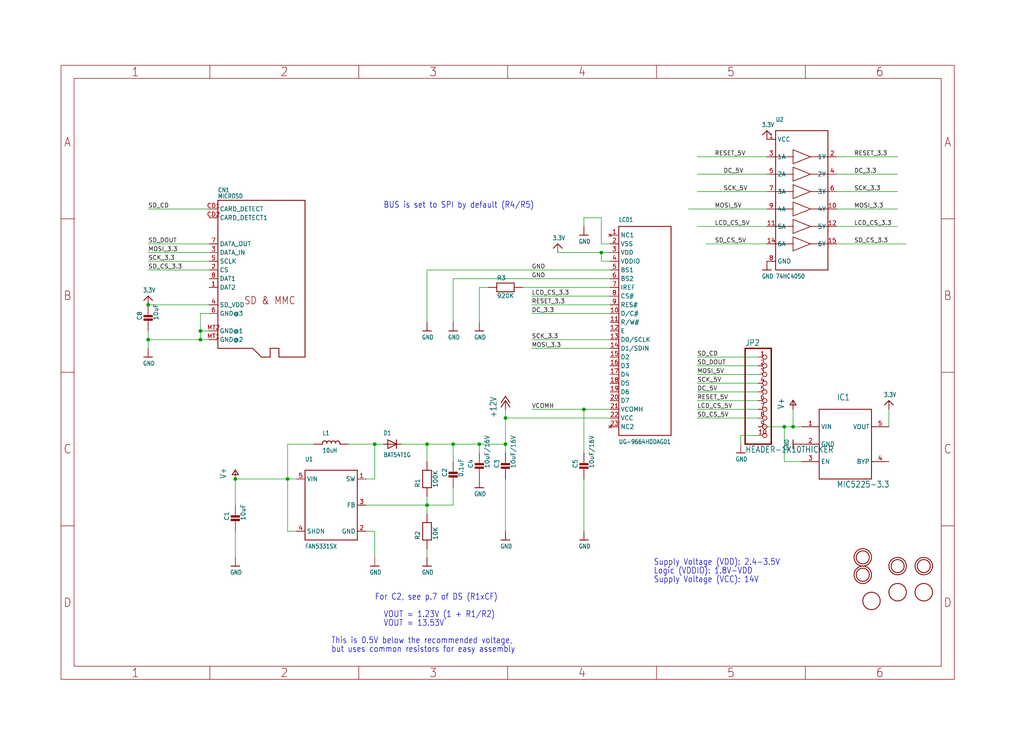
<source format=kicad_sch>
(kicad_sch (version 20211123) (generator eeschema)
  (paper "User" 298.45 217.881)
  (lib_symbols
    (symbol "eagleSchem-eagle-import:+12V" (power)
      (property "Value" "+12V" (at -2.54 -5.08 90))
      (symbol "+12V_1_0"
        (polyline (pts (xy 0 0) (xy -1.27 -1.905)) (stroke (width 0.254)))
        (polyline (pts (xy 0 1.27) (xy -1.27 -0.635)) (stroke (width 0.254)))
        (polyline (pts (xy 1.27 -1.905) (xy 0 0)) (stroke (width 0.254)))
        (polyline (pts (xy 1.27 -0.635) (xy 0 1.27)) (stroke (width 0.254)))
        (pin power_in line (at 0 -2.54 90) (length 2.54) (name "+12V") (number "1"))
      )
    )
    (symbol "eagleSchem-eagle-import:3.3V" (power)
      (property "Value" "3.3V" (at -1.524 1.016 0))
      (symbol "3.3V_1_0"
        (polyline (pts (xy -1.27 -1.27) (xy 0 0)) (stroke (width 0.254)))
        (polyline (pts (xy 0 0) (xy 1.27 -1.27)) (stroke (width 0.254)))
        (pin power_in line (at 0 -2.54 90) (length 2.54) (name "3.3V") (number "1"))
      )
    )
    (symbol "eagleSchem-eagle-import:74HC4050D"
      (property "Reference" "U" (at -7.62 22.86 0))
      (property "Value" "74HC4050D" (at -7.62 -22.86 0))
      (symbol "74HC4050D_1_0"
        (polyline (pts (xy -7.62 -20.32) (xy -7.62 20.32)) (stroke (width 0.254)))
        (polyline (pts (xy -7.62 -12.7) (xy -2.54 -12.7)) (stroke (width 0.2032)))
        (polyline (pts (xy -7.62 -7.62) (xy -2.54 -7.62)) (stroke (width 0.2032)))
        (polyline (pts (xy -7.62 -2.54) (xy -2.54 -2.54)) (stroke (width 0.2032)))
        (polyline (pts (xy -7.62 2.54) (xy -2.54 2.54)) (stroke (width 0.2032)))
        (polyline (pts (xy -7.62 7.62) (xy -2.54 7.62)) (stroke (width 0.2032)))
        (polyline (pts (xy -7.62 12.7) (xy -2.54 12.7)) (stroke (width 0.2032)))
        (polyline (pts (xy -7.62 20.32) (xy 7.62 20.32)) (stroke (width 0.254)))
        (polyline (pts (xy -2.54 -14.732) (xy -2.54 -12.7)) (stroke (width 0.2032)))
        (polyline (pts (xy -2.54 -14.732) (xy 2.54 -12.7)) (stroke (width 0.2032)))
        (polyline (pts (xy -2.54 -12.7) (xy -2.54 -10.668)) (stroke (width 0.2032)))
        (polyline (pts (xy -2.54 -9.652) (xy -2.54 -7.62)) (stroke (width 0.2032)))
        (polyline (pts (xy -2.54 -9.652) (xy 2.54 -7.62)) (stroke (width 0.2032)))
        (polyline (pts (xy -2.54 -7.62) (xy -2.54 -5.588)) (stroke (width 0.2032)))
        (polyline (pts (xy -2.54 -4.572) (xy -2.54 -2.54)) (stroke (width 0.2032)))
        (polyline (pts (xy -2.54 -4.572) (xy 2.54 -2.54)) (stroke (width 0.2032)))
        (polyline (pts (xy -2.54 -2.54) (xy -2.54 -0.508)) (stroke (width 0.2032)))
        (polyline (pts (xy -2.54 0.508) (xy -2.54 2.54)) (stroke (width 0.2032)))
        (polyline (pts (xy -2.54 0.508) (xy 2.54 2.54)) (stroke (width 0.2032)))
        (polyline (pts (xy -2.54 2.54) (xy -2.54 4.572)) (stroke (width 0.2032)))
        (polyline (pts (xy -2.54 5.588) (xy -2.54 7.62)) (stroke (width 0.2032)))
        (polyline (pts (xy -2.54 5.588) (xy 2.54 7.62)) (stroke (width 0.2032)))
        (polyline (pts (xy -2.54 7.62) (xy -2.54 9.652)) (stroke (width 0.2032)))
        (polyline (pts (xy -2.54 10.668) (xy -2.54 12.7)) (stroke (width 0.2032)))
        (polyline (pts (xy -2.54 10.668) (xy 2.54 12.7)) (stroke (width 0.2032)))
        (polyline (pts (xy -2.54 12.7) (xy -2.54 14.732)) (stroke (width 0.2032)))
        (polyline (pts (xy 2.54 -12.7) (xy -2.54 -10.668)) (stroke (width 0.2032)))
        (polyline (pts (xy 2.54 -12.7) (xy 7.62 -12.7)) (stroke (width 0.2032)))
        (polyline (pts (xy 2.54 -7.62) (xy -2.54 -5.588)) (stroke (width 0.2032)))
        (polyline (pts (xy 2.54 -7.62) (xy 7.62 -7.62)) (stroke (width 0.2032)))
        (polyline (pts (xy 2.54 -2.54) (xy -2.54 -0.508)) (stroke (width 0.2032)))
        (polyline (pts (xy 2.54 -2.54) (xy 7.62 -2.54)) (stroke (width 0.2032)))
        (polyline (pts (xy 2.54 2.54) (xy -2.54 4.572)) (stroke (width 0.2032)))
        (polyline (pts (xy 2.54 2.54) (xy 7.62 2.54)) (stroke (width 0.2032)))
        (polyline (pts (xy 2.54 7.62) (xy -2.54 9.652)) (stroke (width 0.2032)))
        (polyline (pts (xy 2.54 7.62) (xy 7.62 7.62)) (stroke (width 0.2032)))
        (polyline (pts (xy 2.54 12.7) (xy -2.54 14.732)) (stroke (width 0.2032)))
        (polyline (pts (xy 2.54 12.7) (xy 7.62 12.7)) (stroke (width 0.2032)))
        (polyline (pts (xy 7.62 -20.32) (xy -7.62 -20.32)) (stroke (width 0.254)))
        (polyline (pts (xy 7.62 12.7) (xy 7.62 -20.32)) (stroke (width 0.254)))
        (polyline (pts (xy 7.62 20.32) (xy 7.62 12.7)) (stroke (width 0.254)))
        (pin bidirectional line (at -10.16 17.78 0) (length 2.54) (name "VCC") (number "1"))
        (pin bidirectional line (at 10.16 -2.54 180) (length 2.54) (name "4Y") (number "10"))
        (pin bidirectional line (at -10.16 -7.62 0) (length 2.54) (name "5A") (number "11"))
        (pin bidirectional line (at 10.16 -7.62 180) (length 2.54) (name "5Y") (number "12"))
        (pin bidirectional line (at -10.16 -12.7 0) (length 2.54) (name "6A") (number "14"))
        (pin bidirectional line (at 10.16 -12.7 180) (length 2.54) (name "6Y") (number "15"))
        (pin bidirectional line (at 10.16 12.7 180) (length 2.54) (name "1Y") (number "2"))
        (pin bidirectional line (at -10.16 12.7 0) (length 2.54) (name "1A") (number "3"))
        (pin bidirectional line (at 10.16 7.62 180) (length 2.54) (name "2Y") (number "4"))
        (pin bidirectional line (at -10.16 7.62 0) (length 2.54) (name "2A") (number "5"))
        (pin bidirectional line (at 10.16 2.54 180) (length 2.54) (name "3Y") (number "6"))
        (pin bidirectional line (at -10.16 2.54 0) (length 2.54) (name "3A") (number "7"))
        (pin bidirectional line (at -10.16 -17.78 0) (length 2.54) (name "GND") (number "8"))
        (pin bidirectional line (at -10.16 -2.54 0) (length 2.54) (name "4A") (number "9"))
      )
    )
    (symbol "eagleSchem-eagle-import:CAP_CERAMIC0805"
      (property "Reference" "C" (at -1.79 0.54 90))
      (property "Value" "CAP_CERAMIC0805" (at 3 0.54 90))
      (symbol "CAP_CERAMIC0805_1_0"
        (rectangle (start -1.27 0.508) (end 1.27 1.016) (fill (type outline)))
        (rectangle (start -1.27 1.524) (end 1.27 2.032) (fill (type outline)))
        (polyline (pts (xy 0 0.762) (xy 0 0)) (stroke (width 0.1524)))
        (polyline (pts (xy 0 2.54) (xy 0 1.778)) (stroke (width 0.1524)))
        (pin passive line (at 0 5.08 270) (length 2.54) (name "P$1") (number "1"))
        (pin passive line (at 0 -2.54 90) (length 2.54) (name "P$2") (number "2"))
      )
    )
    (symbol "eagleSchem-eagle-import:DIODESOD-123"
      (property "Reference" "D" (at -2.54 2.54 0))
      (property "Value" "DIODESOD-123" (at -2.54 -3.81 0))
      (symbol "DIODESOD-123_1_0"
        (polyline (pts (xy -1.27 -1.27) (xy 1.27 0)) (stroke (width 0.254)))
        (polyline (pts (xy -1.27 1.27) (xy -1.27 -1.27)) (stroke (width 0.254)))
        (polyline (pts (xy 1.27 0) (xy -1.27 1.27)) (stroke (width 0.254)))
        (polyline (pts (xy 1.27 0) (xy 1.27 -1.27)) (stroke (width 0.254)))
        (polyline (pts (xy 1.27 1.27) (xy 1.27 0)) (stroke (width 0.254)))
        (pin passive line (at -2.54 0 0) (length 2.54) (name "A") (number "A"))
        (pin passive line (at 2.54 0 180) (length 2.54) (name "C") (number "C"))
      )
    )
    (symbol "eagleSchem-eagle-import:DISP_OLED_UG-9664HDDAG01WRAPAROUND"
      (property "Reference" "LCD" (at -7.62 31.75 0))
      (property "Value" "DISP_OLED_UG-9664HDDAG01WRAPAROUND" (at -7.62 -33.02 0))
      (symbol "DISP_OLED_UG-9664HDDAG01WRAPAROUND_1_0"
        (polyline (pts (xy -7.62 -30.48) (xy -7.62 30.48)) (stroke (width 0.254)))
        (polyline (pts (xy -7.62 30.48) (xy 7.62 30.48)) (stroke (width 0.254)))
        (polyline (pts (xy 7.62 -30.48) (xy -7.62 -30.48)) (stroke (width 0.254)))
        (polyline (pts (xy 7.62 30.48) (xy 7.62 -30.48)) (stroke (width 0.254)))
        (pin no_connect line (at -10.16 27.94 0) (length 2.54) (name "NC1") (number "1"))
        (pin bidirectional line (at -10.16 5.08 0) (length 2.54) (name "D/C#") (number "10"))
        (pin bidirectional line (at -10.16 2.54 0) (length 2.54) (name "R/W#") (number "11"))
        (pin bidirectional line (at -10.16 0 0) (length 2.54) (name "E") (number "12"))
        (pin bidirectional line (at -10.16 -2.54 0) (length 2.54) (name "D0/SCLK") (number "13"))
        (pin bidirectional line (at -10.16 -5.08 0) (length 2.54) (name "D1/SDIN") (number "14"))
        (pin bidirectional line (at -10.16 -7.62 0) (length 2.54) (name "D2") (number "15"))
        (pin bidirectional line (at -10.16 -10.16 0) (length 2.54) (name "D3") (number "16"))
        (pin bidirectional line (at -10.16 -12.7 0) (length 2.54) (name "D4") (number "17"))
        (pin bidirectional line (at -10.16 -15.24 0) (length 2.54) (name "D5") (number "18"))
        (pin bidirectional line (at -10.16 -17.78 0) (length 2.54) (name "D6") (number "19"))
        (pin bidirectional line (at -10.16 25.4 0) (length 2.54) (name "VSS") (number "2"))
        (pin bidirectional line (at -10.16 -20.32 0) (length 2.54) (name "D7") (number "20"))
        (pin bidirectional line (at -10.16 -22.86 0) (length 2.54) (name "VCOMH") (number "21"))
        (pin bidirectional line (at -10.16 -25.4 0) (length 2.54) (name "VCC") (number "22"))
        (pin no_connect line (at -10.16 -27.94 0) (length 2.54) (name "NC2") (number "23"))
        (pin bidirectional line (at -10.16 22.86 0) (length 2.54) (name "VDD") (number "3"))
        (pin bidirectional line (at -10.16 20.32 0) (length 2.54) (name "VDDIO") (number "4"))
        (pin bidirectional line (at -10.16 17.78 0) (length 2.54) (name "BS1") (number "5"))
        (pin bidirectional line (at -10.16 15.24 0) (length 2.54) (name "BS2") (number "6"))
        (pin bidirectional line (at -10.16 12.7 0) (length 2.54) (name "IREF") (number "7"))
        (pin bidirectional line (at -10.16 10.16 0) (length 2.54) (name "CS#") (number "8"))
        (pin bidirectional line (at -10.16 7.62 0) (length 2.54) (name "RES#") (number "9"))
      )
    )
    (symbol "eagleSchem-eagle-import:FAN5331"
      (property "Reference" "U" (at -7.62 12.7 0))
      (property "Value" "FAN5331" (at -7.62 -12.7 0))
      (symbol "FAN5331_1_0"
        (polyline (pts (xy -7.62 -10.16) (xy -7.62 10.16)) (stroke (width 0.254)))
        (polyline (pts (xy -7.62 10.16) (xy 7.62 10.16)) (stroke (width 0.254)))
        (polyline (pts (xy 7.62 -10.16) (xy -7.62 -10.16)) (stroke (width 0.254)))
        (polyline (pts (xy 7.62 10.16) (xy 7.62 -10.16)) (stroke (width 0.254)))
        (pin bidirectional line (at 10.16 7.62 180) (length 2.54) (name "SW") (number "1"))
        (pin bidirectional line (at 10.16 -7.62 180) (length 2.54) (name "GND") (number "2"))
        (pin bidirectional line (at 10.16 0 180) (length 2.54) (name "FB") (number "3"))
        (pin bidirectional line (at -10.16 -7.62 0) (length 2.54) (name "SHDN") (number "4"))
        (pin bidirectional line (at -10.16 7.62 0) (length 2.54) (name "VIN") (number "5"))
      )
    )
    (symbol "eagleSchem-eagle-import:FIDUCIAL"
      (symbol "FIDUCIAL_1_0"
        (circle (center 0 0) (radius 2.54) (stroke (width 0.254)))
      )
    )
    (symbol "eagleSchem-eagle-import:FRAME_A4"
      (symbol "FRAME_A4_0_0"
        (polyline (pts (xy 0 44.7675) (xy 3.81 44.7675)))
        (polyline (pts (xy 0 89.535) (xy 3.81 89.535)))
        (polyline (pts (xy 0 134.3025) (xy 3.81 134.3025)))
        (polyline (pts (xy 3.81 3.81) (xy 3.81 175.26)))
        (polyline (pts (xy 43.3917 0) (xy 43.3917 3.81)))
        (polyline (pts (xy 43.3917 175.26) (xy 43.3917 179.07)))
        (polyline (pts (xy 86.7833 0) (xy 86.7833 3.81)))
        (polyline (pts (xy 86.7833 175.26) (xy 86.7833 179.07)))
        (polyline (pts (xy 130.175 0) (xy 130.175 3.81)))
        (polyline (pts (xy 130.175 175.26) (xy 130.175 179.07)))
        (polyline (pts (xy 173.5667 0) (xy 173.5667 3.81)))
        (polyline (pts (xy 173.5667 175.26) (xy 173.5667 179.07)))
        (polyline (pts (xy 216.9583 0) (xy 216.9583 3.81)))
        (polyline (pts (xy 216.9583 175.26) (xy 216.9583 179.07)))
        (polyline (pts (xy 256.54 3.81) (xy 3.81 3.81)))
        (polyline (pts (xy 256.54 3.81) (xy 256.54 175.26)))
        (polyline (pts (xy 256.54 44.7675) (xy 260.35 44.7675)))
        (polyline (pts (xy 256.54 89.535) (xy 260.35 89.535)))
        (polyline (pts (xy 256.54 134.3025) (xy 260.35 134.3025)))
        (polyline (pts (xy 256.54 175.26) (xy 3.81 175.26)))
        (polyline (pts (xy 0 0) (xy 260.35 0) (xy 260.35 179.07) (xy 0 179.07) (xy 0 0)))
        (text "1" (at 21.6958 1.905 0) (effects (font (size 2.54 2.286))))
        (text "1" (at 21.6958 177.165 0) (effects (font (size 2.54 2.286))))
        (text "2" (at 65.0875 1.905 0) (effects (font (size 2.54 2.286))))
        (text "2" (at 65.0875 177.165 0) (effects (font (size 2.54 2.286))))
        (text "3" (at 108.4792 1.905 0) (effects (font (size 2.54 2.286))))
        (text "3" (at 108.4792 177.165 0) (effects (font (size 2.54 2.286))))
        (text "4" (at 151.8708 1.905 0) (effects (font (size 2.54 2.286))))
        (text "4" (at 151.8708 177.165 0) (effects (font (size 2.54 2.286))))
        (text "5" (at 195.2625 1.905 0) (effects (font (size 2.54 2.286))))
        (text "5" (at 195.2625 177.165 0) (effects (font (size 2.54 2.286))))
        (text "6" (at 238.6542 1.905 0) (effects (font (size 2.54 2.286))))
        (text "6" (at 238.6542 177.165 0) (effects (font (size 2.54 2.286))))
        (text "A" (at 1.905 156.6863 0) (effects (font (size 2.54 2.286))))
        (text "A" (at 258.445 156.6863 0) (effects (font (size 2.54 2.286))))
        (text "B" (at 1.905 111.9188 0) (effects (font (size 2.54 2.286))))
        (text "B" (at 258.445 111.9188 0) (effects (font (size 2.54 2.286))))
        (text "C" (at 1.905 67.1513 0) (effects (font (size 2.54 2.286))))
        (text "C" (at 258.445 67.1513 0) (effects (font (size 2.54 2.286))))
        (text "D" (at 1.905 22.3838 0) (effects (font (size 2.54 2.286))))
        (text "D" (at 258.445 22.3838 0) (effects (font (size 2.54 2.286))))
      )
      (symbol "FRAME_A4_1_0"
        (polyline (pts (xy 256.54 3.81) (xy 256.54 8.89)) (stroke (width 0.1016)))
        (polyline (pts (xy 256.54 8.89) (xy 256.54 13.97)) (stroke (width 0.1016)))
        (polyline (pts (xy 256.54 13.97) (xy 256.54 19.05)) (stroke (width 0.1016)))
        (polyline (pts (xy 256.54 19.05) (xy 256.54 36.83)) (stroke (width 0.1016)))
      )
      (symbol "FRAME_A4_2_0"
        (polyline (pts (xy 1.27 -6.35) (xy 1.27 0)) (stroke (width 0.1016)))
        (polyline (pts (xy 1.27 0) (xy 82.55 0)) (stroke (width 0.1016)))
        (polyline (pts (xy 82.55 -6.35) (xy 1.27 -6.35)) (stroke (width 0.1016)))
        (polyline (pts (xy 82.55 0) (xy 82.55 -6.35)) (stroke (width 0.1016)))
        (text "PART OR WHOLE IS STRICTLY PROHIBITED WITHOUT WRITTEN PERMISSION!" (at 3.81 -5.08 0) (effects (font (size 1.27 1.0795)) (justify left bottom)))
        (text "PROPRIETARY" (at 3.81 -10.16 0) (effects (font (size 2.54 2.159) (thickness 0.4318) bold) (justify left bottom)))
        (text "THIS DRAWING CONTAINS CONFIDENTIAL INFORMATION. ANY REPRODUCTION IN" (at 3.81 -2.794 0) (effects (font (size 1.27 1.0795)) (justify left bottom)))
      )
      (symbol "FRAME_A4_3_0"
        (polyline (pts (xy 0 1.27) (xy 20.32 1.27)) (stroke (width 0.6096)))
        (polyline (pts (xy 0 10.16) (xy 0 1.27)) (stroke (width 0.6096)))
        (polyline (pts (xy 0 10.16) (xy 20.32 10.16)) (stroke (width 0.3048)))
        (polyline (pts (xy 0 19.05) (xy 0 10.16)) (stroke (width 0.6096)))
        (polyline (pts (xy 0 19.05) (xy 20.32 19.05)) (stroke (width 0.3048)))
        (polyline (pts (xy 0 27.94) (xy 0 19.05)) (stroke (width 0.6096)))
        (polyline (pts (xy 0 27.94) (xy 20.32 27.94)) (stroke (width 0.3048)))
        (polyline (pts (xy 0 34.29) (xy 0 27.94)) (stroke (width 0.6096)))
        (polyline (pts (xy 20.32 1.27) (xy 20.32 6.35)) (stroke (width 0.3048)))
        (polyline (pts (xy 20.32 1.27) (xy 95.885 1.27)) (stroke (width 0.6096)))
        (polyline (pts (xy 20.32 6.35) (xy 20.32 10.16)) (stroke (width 0.3048)))
        (polyline (pts (xy 20.32 6.35) (xy 88.9 6.35)) (stroke (width 0.3048)))
        (polyline (pts (xy 20.32 10.16) (xy 20.32 19.05)) (stroke (width 0.3048)))
        (polyline (pts (xy 20.32 16.51) (xy 20.32 19.05)) (stroke (width 0.3048)))
        (polyline (pts (xy 20.32 19.05) (xy 20.32 27.94)) (stroke (width 0.3048)))
        (polyline (pts (xy 20.32 27.94) (xy 20.32 34.29)) (stroke (width 0.3048)))
        (polyline (pts (xy 20.32 27.94) (xy 65.0875 27.94)) (stroke (width 0.3048)))
        (polyline (pts (xy 20.32 34.29) (xy 0 34.29)) (stroke (width 0.6096)))
        (polyline (pts (xy 65.0875 27.94) (xy 106.045 27.94)) (stroke (width 0.3048)))
        (polyline (pts (xy 65.0875 34.29) (xy 20.32 34.29)) (stroke (width 0.6096)))
        (polyline (pts (xy 88.9 6.35) (xy 95.885 6.35)) (stroke (width 0.3048)))
        (polyline (pts (xy 88.9 16.51) (xy 20.32 16.51)) (stroke (width 0.3048)))
        (polyline (pts (xy 88.9 16.51) (xy 88.9 6.35)) (stroke (width 0.3048)))
        (polyline (pts (xy 95.885 1.27) (xy 121.92 1.27)) (stroke (width 0.6096)))
        (polyline (pts (xy 95.885 6.35) (xy 95.885 1.27)) (stroke (width 0.3048)))
        (polyline (pts (xy 95.885 6.35) (xy 121.92 6.35)) (stroke (width 0.3048)))
        (polyline (pts (xy 101.6 13.0175) (xy 102.5525 13.0175)) (stroke (width 0.254)))
        (polyline (pts (xy 106.045 27.94) (xy 106.045 34.29)) (stroke (width 0.3048)))
        (polyline (pts (xy 106.045 27.94) (xy 110.49 27.94)) (stroke (width 0.3048)))
        (polyline (pts (xy 106.045 34.29) (xy 65.0875 34.29)) (stroke (width 0.6096)))
        (polyline (pts (xy 110.49 16.51) (xy 88.9 16.51)) (stroke (width 0.3048)))
        (polyline (pts (xy 110.49 27.94) (xy 110.49 16.51)) (stroke (width 0.3048)))
        (polyline (pts (xy 110.49 27.94) (xy 113.03 27.94)) (stroke (width 0.3048)))
        (polyline (pts (xy 113.03 27.94) (xy 121.92 27.94)) (stroke (width 0.3048)))
        (polyline (pts (xy 113.03 34.29) (xy 106.045 34.29)) (stroke (width 0.6096)))
        (polyline (pts (xy 121.92 6.35) (xy 121.92 1.27)) (stroke (width 0.6096)))
        (polyline (pts (xy 121.92 16.51) (xy 110.49 16.51)) (stroke (width 0.3048)))
        (polyline (pts (xy 121.92 16.51) (xy 121.92 6.35)) (stroke (width 0.6096)))
        (polyline (pts (xy 121.92 27.94) (xy 121.92 16.51)) (stroke (width 0.6096)))
        (polyline (pts (xy 121.92 34.29) (xy 113.03 34.29)) (stroke (width 0.6096)))
        (polyline (pts (xy 121.92 34.29) (xy 121.92 27.94)) (stroke (width 0.6096)))
        (circle (center 109.5375 31.115) (radius 1.4199) (stroke (width 0.254)))
        (text "2013" (at 112.7125 30.1625 0) (effects (font (size 1.778 1.5113)) (justify left bottom)))
        (text ">CHECKED" (at 2.54 11.43 0) (effects (font (size 1.778 1.5113)) (justify left bottom)))
        (text ">COMPANY" (at 23.6538 29.3687 0) (effects (font (size 3.175 2.6987) (thickness 0.5397) bold) (justify left bottom)))
        (text ">DATE" (at 2.54 2.54 0) (effects (font (size 1.778 1.5113)) (justify left bottom)))
        (text ">DRAWING_NAME" (at 33.3375 2.54 0) (effects (font (size 2.54 2.159)) (justify left bottom)))
        (text ">DRAWN" (at 2.54 20.32 0) (effects (font (size 1.778 1.5113)) (justify left bottom)))
        (text ">DRGNO" (at 91.44 8.89 0) (effects (font (size 2.1844 1.8567)) (justify left bottom)))
        (text ">LAST_DATE_TIME" (at 33.02 8.89 0) (effects (font (size 2.54 2.159)) (justify left bottom)))
        (text ">REV" (at 114.3 18.415 0) (effects (font (size 3.81 3.2385)) (justify left bottom)))
        (text ">SHEET" (at 109.22 2.54 0) (effects (font (size 2.54 2.54)) (justify left bottom)))
        (text "C" (at 109.0612 30.48 0) (effects (font (size 1.27 1.0795)) (justify left bottom)))
        (text "CHECKED" (at 1.27 15.875 0) (effects (font (size 1.778 1.5113)) (justify left bottom)))
        (text "DATE" (at 1.27 6.985 0) (effects (font (size 1.778 1.5113)) (justify left bottom)))
        (text "DATE" (at 21.59 12.7 0) (effects (font (size 2.54 2.54)) (justify left bottom)))
        (text "DRAWN" (at 1.27 24.765 0) (effects (font (size 1.778 1.5113)) (justify left bottom)))
        (text "DRG" (at 90.17 12.7 0) (effects (font (size 2.54 2.54)) (justify left bottom)))
        (text "FILE:" (at 21.59 2.54 0) (effects (font (size 2.54 2.54)) (justify left bottom)))
        (text "ISSUE" (at 5.3975 30.1625 0) (effects (font (size 1.9304 1.6408)) (justify left bottom)))
        (text "N" (at 98.7425 12.7 0) (effects (font (size 2.54 2.54)) (justify left bottom)))
        (text "o" (at 101.2825 13.6525 0) (effects (font (size 2.1844 1.8567)) (justify left bottom)))
        (text "PAGE:" (at 97.155 2.54 0) (effects (font (size 2.54 2.54)) (justify left bottom)))
        (text "REV" (at 112.7125 24.13 0) (effects (font (size 2.54 2.54)) (justify left bottom)))
        (text "TITLE" (at 21.59 24.13 0) (effects (font (size 2.54 2.54)) (justify left bottom)))
      )
    )
    (symbol "eagleSchem-eagle-import:GND" (power)
      (property "Value" "GND" (at -1.524 -2.54 0))
      (symbol "GND_1_0"
        (polyline (pts (xy -1.27 0) (xy 1.27 0)) (stroke (width 0.254)))
        (pin power_in line (at 0 2.54 270) (length 2.54) (name "GND") (number "1"))
      )
    )
    (symbol "eagleSchem-eagle-import:HEADER-1X10THICKER"
      (property "Reference" "JP" (at -6.35 13.335 0))
      (property "Value" "HEADER-1X10THICKER" (at -6.35 -17.78 0))
      (symbol "HEADER-1X10THICKER_1_0"
        (polyline (pts (xy -6.35 -15.24) (xy 1.27 -15.24)) (stroke (width 0.4064)))
        (polyline (pts (xy -6.35 12.7) (xy -6.35 -15.24)) (stroke (width 0.4064)))
        (polyline (pts (xy 1.27 -15.24) (xy 1.27 12.7)) (stroke (width 0.4064)))
        (polyline (pts (xy 1.27 12.7) (xy -6.35 12.7)) (stroke (width 0.4064)))
        (pin passive inverted (at -2.54 10.16 0) (length 2.54) (name "1") (number "1"))
        (pin passive inverted (at -2.54 -12.7 0) (length 2.54) (name "10") (number "10"))
        (pin passive inverted (at -2.54 7.62 0) (length 2.54) (name "2") (number "2"))
        (pin passive inverted (at -2.54 5.08 0) (length 2.54) (name "3") (number "3"))
        (pin passive inverted (at -2.54 2.54 0) (length 2.54) (name "4") (number "4"))
        (pin passive inverted (at -2.54 0 0) (length 2.54) (name "5") (number "5"))
        (pin passive inverted (at -2.54 -2.54 0) (length 2.54) (name "6") (number "6"))
        (pin passive inverted (at -2.54 -5.08 0) (length 2.54) (name "7") (number "7"))
        (pin passive inverted (at -2.54 -7.62 0) (length 2.54) (name "8") (number "8"))
        (pin passive inverted (at -2.54 -10.16 0) (length 2.54) (name "9") (number "9"))
      )
    )
    (symbol "eagleSchem-eagle-import:INDUCTOR"
      (property "Reference" "L" (at -2.54 2.54 0))
      (property "Value" "INDUCTOR" (at -2.54 -2.54 0))
      (symbol "INDUCTOR_1_0"
        (arc (start -1.27 0.3175) (mid -1.905 0.9524) (end -2.54 0.3175) (stroke (width 0.254)))
        (polyline (pts (xy -2.54 0.3175) (xy -2.54 0)) (stroke (width 0.254)))
        (polyline (pts (xy 2.54 0.3175) (xy 2.54 0)) (stroke (width 0.254)))
        (arc (start 0 0.3175) (mid -0.635 0.9524) (end -1.27 0.3175) (stroke (width 0.254)))
        (arc (start 1.27 0.3175) (mid 0.635 0.9524) (end 0 0.3175) (stroke (width 0.254)))
        (arc (start 2.54 0.3175) (mid 1.905 0.9524) (end 1.27 0.3175) (stroke (width 0.254)))
        (pin passive line (at -5.08 0 0) (length 2.54) (name "1") (number "P$1"))
        (pin passive line (at 5.08 0 180) (length 2.54) (name "2") (number "P$2"))
      )
    )
    (symbol "eagleSchem-eagle-import:LP298XS"
      (property "Reference" "IC" (at -12.7 -5.08 90))
      (property "Value" "LP298XS" (at 12.7 -5.08 90))
      (symbol "LP298XS_1_0"
        (polyline (pts (xy -10.16 -10.16) (xy 10.16 -10.16)) (stroke (width 0.254)))
        (polyline (pts (xy -10.16 5.08) (xy -10.16 -10.16)) (stroke (width 0.254)))
        (polyline (pts (xy 10.16 -10.16) (xy 10.16 5.08)) (stroke (width 0.254)))
        (polyline (pts (xy 10.16 5.08) (xy -10.16 5.08)) (stroke (width 0.254)))
        (pin bidirectional line (at -5.08 -15.24 90) (length 5.08) (name "VIN") (number "1"))
        (pin bidirectional line (at 0 -15.24 90) (length 5.08) (name "GND") (number "2"))
        (pin bidirectional line (at 5.08 -15.24 90) (length 5.08) (name "EN") (number "3"))
        (pin bidirectional line (at 5.08 10.16 270) (length 5.08) (name "BYP") (number "4"))
        (pin bidirectional line (at -5.08 10.16 270) (length 5.08) (name "VOUT") (number "5"))
      )
    )
    (symbol "eagleSchem-eagle-import:MICROSD"
      (property "Reference" "X" (at -12.7 22.606 0))
      (property "Value" "MICROSD" (at -12.7 20.828 0))
      (symbol "MICROSD_1_0"
        (polyline (pts (xy -12.7 -22.86) (xy -2.54 -22.86)) (stroke (width 0.254)))
        (polyline (pts (xy -12.7 20.32) (xy -12.7 -22.86)) (stroke (width 0.254)))
        (polyline (pts (xy -2.54 -22.86) (xy 0 -25.4)) (stroke (width 0.254)))
        (polyline (pts (xy 0 -25.4) (xy 2.54 -25.4)) (stroke (width 0.254)))
        (polyline (pts (xy 2.54 -25.4) (xy 2.54 -22.86)) (stroke (width 0.254)))
        (polyline (pts (xy 2.54 -22.86) (xy 5.08 -22.86)) (stroke (width 0.254)))
        (polyline (pts (xy 5.08 -25.4) (xy 12.7 -25.4)) (stroke (width 0.254)))
        (polyline (pts (xy 5.08 -22.86) (xy 5.08 -25.4)) (stroke (width 0.254)))
        (polyline (pts (xy 12.7 -25.4) (xy 12.7 20.32)) (stroke (width 0.254)))
        (polyline (pts (xy 12.7 20.32) (xy -12.7 20.32)) (stroke (width 0.254)))
        (text "SD & MMC" (at -5.08 -10.16 0) (effects (font (size 2.1844 1.8567)) (justify left bottom)))
        (pin bidirectional line (at -15.24 -5.08 0) (length 2.54) (name "DAT2") (number "1"))
        (pin input line (at -15.24 0 0) (length 2.54) (name "CS") (number "2"))
        (pin input line (at -15.24 5.08 0) (length 2.54) (name "DATA_IN") (number "3"))
        (pin power_in line (at -15.24 -10.16 0) (length 2.54) (name "SD_VDD") (number "4"))
        (pin input line (at -15.24 2.54 0) (length 2.54) (name "SCLK") (number "5"))
        (pin power_in line (at -15.24 -12.7 0) (length 2.54) (name "GND@3") (number "6"))
        (pin output line (at -15.24 7.62 0) (length 2.54) (name "DATA_OUT") (number "7"))
        (pin bidirectional line (at -15.24 -2.54 0) (length 2.54) (name "DAT1") (number "8"))
        (pin passive line (at -15.24 17.78 0) (length 2.54) (name "CARD_DETECT") (number "CD1"))
        (pin passive line (at -15.24 15.24 0) (length 2.54) (name "CARD_DETECT1") (number "CD2"))
        (pin power_in line (at -15.24 -20.32 0) (length 2.54) (name "GND@2") (number "MT1"))
        (pin power_in line (at -15.24 -17.78 0) (length 2.54) (name "GND@1") (number "MT2"))
      )
    )
    (symbol "eagleSchem-eagle-import:MOUNTINGHOLE2.5"
      (symbol "MOUNTINGHOLE2.5_1_0"
        (circle (center 0 0) (radius 1.905) (stroke (width 0.254)))
        (circle (center 0 0) (radius 2.54) (stroke (width 0.254)))
      )
    )
    (symbol "eagleSchem-eagle-import:RESISTOR0805"
      (property "Reference" "R" (at -2.54 2.032 0))
      (property "Value" "RESISTOR0805" (at -2.54 -3.175 0))
      (symbol "RESISTOR0805_1_0"
        (polyline (pts (xy -2.54 -1.27) (xy -2.54 1.27)) (stroke (width 0.254)))
        (polyline (pts (xy -2.54 1.27) (xy 2.54 1.27)) (stroke (width 0.254)))
        (polyline (pts (xy 2.54 -1.27) (xy -2.54 -1.27)) (stroke (width 0.254)))
        (polyline (pts (xy 2.54 1.27) (xy 2.54 -1.27)) (stroke (width 0.254)))
        (pin passive line (at -5.08 0 0) (length 2.54) (name "1") (number "1"))
        (pin passive line (at 5.08 0 180) (length 2.54) (name "2") (number "2"))
      )
    )
    (symbol "eagleSchem-eagle-import:V+" (power)
      (property "Value" "V+" (at -2.54 -2.54 90))
      (symbol "V+_1_0"
        (polyline (pts (xy -0.889 -1.27) (xy 0.889 -1.27)) (stroke (width 0.254)))
        (polyline (pts (xy 0 0.127) (xy -0.889 -1.27)) (stroke (width 0.254)))
        (polyline (pts (xy 0.889 -1.27) (xy 0 0.127)) (stroke (width 0.254)))
        (pin power_in line (at 0 -2.54 90) (length 2.54) (name "V+") (number "1"))
      )
    )
  )
  (junction (at 132.08 129.54))
  (junction (at 124.46 147.32))
  (junction (at 68.58 139.7))
  (junction (at 231.14 124.46))
  (junction (at 83.82 139.7))
  (junction (at 170.18 119.38))
  (junction (at 58.42 99.06))
  (junction (at 147.32 129.54))
  (junction (at 43.18 99.06))
  (junction (at 139.7 129.54))
  (junction (at 124.46 129.54))
  (junction (at 147.32 121.92))
  (junction (at 228.6 124.46))
  (junction (at 43.18 88.9))
  (junction (at 109.22 129.54))
  (junction (at 58.42 96.52))
  (junction (at 175.26 73.66))
  (wire (pts (xy 43.18 96.52) (xy 43.18 99.06)))
  (wire (pts (xy 175.26 71.12) (xy 175.26 63.5)))
  (wire (pts (xy 147.32 121.92) (xy 177.8 121.92)))
  (wire (pts (xy 124.46 147.32) (xy 124.46 144.78)))
  (wire (pts (xy 177.8 119.38) (xy 170.18 119.38)))
  (wire (pts (xy 175.26 63.5) (xy 170.18 63.5)))
  (wire (pts (xy 124.46 129.54) (xy 132.08 129.54)))
  (wire (pts (xy 220.98 109.22) (xy 203.2 109.22)))
  (wire (pts (xy 60.96 96.52) (xy 58.42 96.52)))
  (wire (pts (xy 60.96 99.06) (xy 58.42 99.06)))
  (wire (pts (xy 220.98 127) (xy 215.9 127)))
  (wire (pts (xy 243.84 50.8) (xy 261.62 50.8)))
  (wire (pts (xy 200.66 60.96) (xy 223.52 60.96)))
  (wire (pts (xy 223.52 66.04) (xy 203.2 66.04)))
  (wire (pts (xy 83.82 129.54) (xy 91.44 129.54)))
  (wire (pts (xy 60.96 88.9) (xy 43.18 88.9)))
  (wire (pts (xy 233.68 134.62) (xy 228.6 134.62)))
  (wire (pts (xy 58.42 91.44) (xy 58.42 96.52)))
  (wire (pts (xy 231.14 119.38) (xy 231.14 124.46)))
  (wire (pts (xy 101.6 129.54) (xy 109.22 129.54)))
  (wire (pts (xy 68.58 139.7) (xy 68.58 147.32)))
  (wire (pts (xy 147.32 129.54) (xy 147.32 132.08)))
  (wire (pts (xy 124.46 129.54) (xy 124.46 134.62)))
  (wire (pts (xy 147.32 121.92) (xy 147.32 119.38)))
  (wire (pts (xy 223.52 71.12) (xy 205.74 71.12)))
  (wire (pts (xy 177.8 99.06) (xy 154.94 99.06)))
  (wire (pts (xy 220.98 106.68) (xy 203.2 106.68)))
  (wire (pts (xy 86.36 139.7) (xy 83.82 139.7)))
  (wire (pts (xy 139.7 129.54) (xy 139.7 132.08)))
  (wire (pts (xy 243.84 66.04) (xy 261.62 66.04)))
  (wire (pts (xy 177.8 78.74) (xy 124.46 78.74)))
  (wire (pts (xy 170.18 63.5) (xy 170.18 66.04)))
  (wire (pts (xy 124.46 147.32) (xy 132.08 147.32)))
  (wire (pts (xy 83.82 139.7) (xy 68.58 139.7)))
  (wire (pts (xy 170.18 119.38) (xy 154.94 119.38)))
  (wire (pts (xy 58.42 96.52) (xy 58.42 99.06)))
  (wire (pts (xy 177.8 71.12) (xy 175.26 71.12)))
  (wire (pts (xy 132.08 134.62) (xy 132.08 129.54)))
  (wire (pts (xy 86.36 154.94) (xy 83.82 154.94)))
  (wire (pts (xy 220.98 114.3) (xy 203.2 114.3)))
  (wire (pts (xy 142.24 83.82) (xy 139.7 83.82)))
  (wire (pts (xy 60.96 73.66) (xy 43.18 73.66)))
  (wire (pts (xy 243.84 55.88) (xy 261.62 55.88)))
  (wire (pts (xy 177.8 88.9) (xy 154.94 88.9)))
  (wire (pts (xy 170.18 139.7) (xy 170.18 154.94)))
  (wire (pts (xy 106.68 154.94) (xy 109.22 154.94)))
  (wire (pts (xy 175.26 73.66) (xy 162.56 73.66)))
  (wire (pts (xy 58.42 99.06) (xy 43.18 99.06)))
  (wire (pts (xy 220.98 119.38) (xy 203.2 119.38)))
  (wire (pts (xy 83.82 139.7) (xy 83.82 129.54)))
  (wire (pts (xy 220.98 124.46) (xy 228.6 124.46)))
  (wire (pts (xy 175.26 76.2) (xy 175.26 73.66)))
  (wire (pts (xy 220.98 111.76) (xy 203.2 111.76)))
  (wire (pts (xy 177.8 81.28) (xy 132.08 81.28)))
  (wire (pts (xy 139.7 83.82) (xy 139.7 93.98)))
  (wire (pts (xy 116.84 129.54) (xy 124.46 129.54)))
  (wire (pts (xy 228.6 124.46) (xy 231.14 124.46)))
  (wire (pts (xy 124.46 78.74) (xy 124.46 93.98)))
  (wire (pts (xy 177.8 91.44) (xy 154.94 91.44)))
  (wire (pts (xy 60.96 60.96) (xy 43.18 60.96)))
  (wire (pts (xy 243.84 60.96) (xy 261.62 60.96)))
  (wire (pts (xy 124.46 149.86) (xy 124.46 147.32)))
  (wire (pts (xy 60.96 91.44) (xy 58.42 91.44)))
  (wire (pts (xy 132.08 147.32) (xy 132.08 142.24)))
  (wire (pts (xy 203.2 50.8) (xy 223.52 50.8)))
  (wire (pts (xy 231.14 124.46) (xy 233.68 124.46)))
  (wire (pts (xy 170.18 119.38) (xy 170.18 132.08)))
  (wire (pts (xy 177.8 76.2) (xy 175.26 76.2)))
  (wire (pts (xy 223.52 45.72) (xy 203.2 45.72)))
  (wire (pts (xy 243.84 45.72) (xy 261.62 45.72)))
  (wire (pts (xy 220.98 121.92) (xy 203.2 121.92)))
  (wire (pts (xy 60.96 71.12) (xy 43.18 71.12)))
  (wire (pts (xy 60.96 76.2) (xy 43.18 76.2)))
  (wire (pts (xy 177.8 86.36) (xy 154.94 86.36)))
  (wire (pts (xy 124.46 160.02) (xy 124.46 162.56)))
  (wire (pts (xy 223.52 55.88) (xy 203.2 55.88)))
  (wire (pts (xy 60.96 78.74) (xy 43.18 78.74)))
  (wire (pts (xy 109.22 129.54) (xy 109.22 139.7)))
  (wire (pts (xy 106.68 147.32) (xy 124.46 147.32)))
  (wire (pts (xy 132.08 129.54) (xy 139.7 129.54)))
  (wire (pts (xy 109.22 129.54) (xy 111.76 129.54)))
  (wire (pts (xy 68.58 154.94) (xy 68.58 162.56)))
  (wire (pts (xy 83.82 154.94) (xy 83.82 139.7)))
  (wire (pts (xy 259.08 119.38) (xy 259.08 124.46)))
  (wire (pts (xy 109.22 154.94) (xy 109.22 162.56)))
  (wire (pts (xy 215.9 127) (xy 215.9 129.54)))
  (wire (pts (xy 147.32 129.54) (xy 147.32 121.92)))
  (wire (pts (xy 177.8 73.66) (xy 175.26 73.66)))
  (wire (pts (xy 109.22 139.7) (xy 106.68 139.7)))
  (wire (pts (xy 220.98 116.84) (xy 203.2 116.84)))
  (wire (pts (xy 177.8 101.6) (xy 154.94 101.6)))
  (wire (pts (xy 132.08 81.28) (xy 132.08 93.98)))
  (wire (pts (xy 243.84 71.12) (xy 264.16 71.12)))
  (wire (pts (xy 43.18 99.06) (xy 43.18 101.6)))
  (wire (pts (xy 177.8 83.82) (xy 152.4 83.82)))
  (wire (pts (xy 220.98 104.14) (xy 203.2 104.14)))
  (wire (pts (xy 147.32 139.7) (xy 147.32 154.94)))
  (wire (pts (xy 139.7 129.54) (xy 147.32 129.54)))
  (wire (pts (xy 228.6 134.62) (xy 228.6 124.46)))
  (text "VOUT = 13.53V" (at 111.76 182.88 180) (effects (font (size 1.778 1.5113)) (justify left bottom)))
  (text "Supply Voltage (VDD): 2.4-3.5V" (at 190.5 165.1 180) (effects (font (size 1.778 1.5113)) (justify left bottom)))
  (text "Supply Voltage (VCC): 14V" (at 190.5 170.18 180) (effects (font (size 1.778 1.5113)) (justify left bottom)))
  (text "but uses common resistors for easy assembly" (at 96.52 190.5 180) (effects (font (size 1.778 1.5113)) (justify left bottom)))
  (text "For C2, see p.7 of DS (R1xCF)" (at 109.22 175.26 180) (effects (font (size 1.778 1.5113)) (justify left bottom)))
  (text "VOUT = 1.23V (1 + R1/R2)" (at 111.76 180.34 180) (effects (font (size 1.778 1.5113)) (justify left bottom)))
  (text "BUS is set to SPI by default (R4/R5)" (at 111.76 60.96 180) (effects (font (size 1.778 1.5113)) (justify left bottom)))
  (text "Logic (VDDIO): 1.8V-VDD" (at 190.5 167.64 180) (effects (font (size 1.778 1.5113)) (justify left bottom)))
  (text "This is 0.5V below the recommended voltage," (at 96.52 187.96 180) (effects (font (size 1.778 1.5113)) (justify left bottom)))
  (label "VCOMH" (at 154.94 119.38 0) (effects (font (size 1.2446 1.2446))))
  (label "SD_DOUT" (at 43.18 71.12 0) (effects (font (size 1.2446 1.2446))))
  (label "RESET_5V" (at 208.28 45.72 0) (effects (font (size 1.2446 1.2446))))
  (label "LCD_CS_3.3" (at 154.94 86.36 0) (effects (font (size 1.2446 1.2446))))
  (label "SD_DOUT" (at 203.2 106.68 0) (effects (font (size 1.2446 1.2446))))
  (label "DC_3.3" (at 248.92 50.8 0) (effects (font (size 1.2446 1.2446))))
  (label "SCK_5V" (at 210.82 55.88 0) (effects (font (size 1.2446 1.2446))))
  (label "SD_CD" (at 203.2 104.14 0) (effects (font (size 1.2446 1.2446))))
  (label "MOSI_3.3" (at 154.94 101.6 0) (effects (font (size 1.2446 1.2446))))
  (label "RESET_3.3" (at 248.92 45.72 0) (effects (font (size 1.2446 1.2446))))
  (label "GND" (at 154.94 78.74 0) (effects (font (size 1.2446 1.2446))))
  (label "DC_5V" (at 210.82 50.8 0) (effects (font (size 1.2446 1.2446))))
  (label "SD_CS_5V" (at 208.28 71.12 0) (effects (font (size 1.2446 1.2446))))
  (label "RESET_5V" (at 203.2 116.84 0) (effects (font (size 1.2446 1.2446))))
  (label "MOSI_3.3" (at 248.92 60.96 0) (effects (font (size 1.2446 1.2446))))
  (label "LCD_CS_3.3" (at 248.92 66.04 0) (effects (font (size 1.2446 1.2446))))
  (label "SD_CS_5V" (at 203.2 121.92 0) (effects (font (size 1.2446 1.2446))))
  (label "DC_5V" (at 203.2 114.3 0) (effects (font (size 1.2446 1.2446))))
  (label "MOSI_5V" (at 208.28 60.96 0) (effects (font (size 1.2446 1.2446))))
  (label "DC_3.3" (at 154.94 91.44 0) (effects (font (size 1.2446 1.2446))))
  (label "SCK_3.3" (at 248.92 55.88 0) (effects (font (size 1.2446 1.2446))))
  (label "LCD_CS_5V" (at 203.2 119.38 0) (effects (font (size 1.2446 1.2446))))
  (label "SCK_3.3" (at 43.18 76.2 0) (effects (font (size 1.2446 1.2446))))
  (label "MOSI_3.3" (at 43.18 73.66 0) (effects (font (size 1.2446 1.2446))))
  (label "LCD_CS_5V" (at 208.28 66.04 0) (effects (font (size 1.2446 1.2446))))
  (label "MOSI_5V" (at 203.2 109.22 0) (effects (font (size 1.2446 1.2446))))
  (label "RESET_3.3" (at 154.94 88.9 0) (effects (font (size 1.2446 1.2446))))
  (label "SD_CS_3.3" (at 248.92 71.12 0) (effects (font (size 1.2446 1.2446))))
  (label "SD_CD" (at 43.18 60.96 0) (effects (font (size 1.2446 1.2446))))
  (label "SCK_5V" (at 203.2 111.76 0) (effects (font (size 1.2446 1.2446))))
  (label "SCK_3.3" (at 154.94 99.06 0) (effects (font (size 1.2446 1.2446))))
  (label "SD_CS_3.3" (at 43.18 78.74 0) (effects (font (size 1.2446 1.2446))))
  (label "GND" (at 154.94 81.28 0) (effects (font (size 1.2446 1.2446))))
  (symbol (lib_id "eagleSchem-eagle-import:MOUNTINGHOLE2.5") (at 251.46 162.56 0) (unit 1)
    (property "Reference" "U$10" (effects hide))
    (property "Value" "MOUNTINGHOLE2.5" (effects hide))
    (property "Footprint" "eagleSchem:MOUNTINGHOLE_2.5_PLATED" (effects hide))
  )
  (symbol (lib_id "eagleSchem-eagle-import:LP298XS") (at 248.92 129.54 270) (unit 1)
    (property "Reference" "IC1" (at 243.84 116.84 90) (effects (font (size 1.778 1.5113)) (justify left bottom)))
    (property "Value" "MIC5225-3.3" (at 243.84 142.24 90) (effects (font (size 1.778 1.5113)) (justify left bottom)))
    (property "Footprint" "eagleSchem:SOT23-5L" (effects hide))
  )
  (symbol (lib_id "eagleSchem-eagle-import:CAP_CERAMIC0805") (at 139.7 137.16 0) (unit 1)
    (property "Reference" "C4" (at 137.91 136.62 90) (effects (justify left bottom)))
    (property "Value" "10uF/16V" (at 142.7 136.62 90) (effects (justify left bottom)))
    (property "Footprint" "eagleSchem:0805" (effects hide))
  )
  (symbol (lib_id "eagleSchem-eagle-import:GND") (at 124.46 96.52 0) (unit 1)
    (property "Reference" "#U$23" (effects hide))
    (property "Value" "GND" (at 122.936 99.06 0) (effects (font (size 1.27 1.0795)) (justify left bottom)))
    (property "Footprint" "eagleSchem:" (effects hide))
  )
  (symbol (lib_id "eagleSchem-eagle-import:CAP_CERAMIC0805") (at 170.18 137.16 0) (unit 1)
    (property "Reference" "C5" (at 168.39 136.62 90) (effects (justify left bottom)))
    (property "Value" "10uF/16V" (at 173.18 136.62 90) (effects (justify left bottom)))
    (property "Footprint" "eagleSchem:0805" (effects hide))
  )
  (symbol (lib_id "eagleSchem-eagle-import:V+") (at 68.58 137.16 0) (unit 1)
    (property "Reference" "#P+3" (effects hide))
    (property "Value" "V+" (at 66.04 139.7 90) (effects (font (size 1.778 1.5113)) (justify left bottom)))
    (property "Footprint" "eagleSchem:" (effects hide))
  )
  (symbol (lib_id "eagleSchem-eagle-import:GND") (at 223.52 78.74 0) (unit 1)
    (property "Reference" "#U$8" (effects hide))
    (property "Value" "GND" (at 221.996 81.28 0) (effects (font (size 1.27 1.0795)) (justify left bottom)))
    (property "Footprint" "eagleSchem:" (effects hide))
  )
  (symbol (lib_id "eagleSchem-eagle-import:GND") (at 139.7 96.52 0) (unit 1)
    (property "Reference" "#U$14" (effects hide))
    (property "Value" "GND" (at 138.176 99.06 0) (effects (font (size 1.27 1.0795)) (justify left bottom)))
    (property "Footprint" "eagleSchem:" (effects hide))
  )
  (symbol (lib_id "eagleSchem-eagle-import:CAP_CERAMIC0805") (at 147.32 137.16 0) (unit 1)
    (property "Reference" "C3" (at 145.53 136.62 90) (effects (justify left bottom)))
    (property "Value" "10uF/16V" (at 150.32 136.62 90) (effects (justify left bottom)))
    (property "Footprint" "eagleSchem:0805" (effects hide))
  )
  (symbol (lib_id "eagleSchem-eagle-import:RESISTOR0805") (at 147.32 83.82 0) (unit 1)
    (property "Reference" "R3" (at 144.78 81.788 0) (effects (justify left bottom)))
    (property "Value" "920K" (at 144.78 86.995 0) (effects (justify left bottom)))
    (property "Footprint" "eagleSchem:0805" (effects hide))
  )
  (symbol (lib_id "eagleSchem-eagle-import:3.3V") (at 223.52 38.1 0) (unit 1)
    (property "Reference" "#U$7" (effects hide))
    (property "Value" "3.3V" (at 221.996 37.084 0) (effects (font (size 1.27 1.0795)) (justify left bottom)))
    (property "Footprint" "eagleSchem:" (effects hide))
  )
  (symbol (lib_id "eagleSchem-eagle-import:3.3V") (at 162.56 71.12 0) (unit 1)
    (property "Reference" "#U$1" (effects hide))
    (property "Value" "3.3V" (at 161.036 70.104 0) (effects (font (size 1.27 1.0795)) (justify left bottom)))
    (property "Footprint" "eagleSchem:" (effects hide))
  )
  (symbol (lib_id "eagleSchem-eagle-import:RESISTOR0805") (at 124.46 154.94 90) (unit 1)
    (property "Reference" "R2" (at 122.428 157.48 0) (effects (justify left bottom)))
    (property "Value" "10K" (at 127.635 157.48 0) (effects (justify left bottom)))
    (property "Footprint" "eagleSchem:0805" (effects hide))
  )
  (symbol (lib_id "eagleSchem-eagle-import:INDUCTOR") (at 96.52 129.54 0) (unit 1)
    (property "Reference" "L1" (at 93.98 127 0) (effects (font (size 1.27 1.0795)) (justify left bottom)))
    (property "Value" "10uH" (at 93.98 132.08 0) (effects (font (size 1.27 1.0795)) (justify left bottom)))
    (property "Footprint" "eagleSchem:INDUCTOR_1007" (effects hide))
  )
  (symbol (lib_id "eagleSchem-eagle-import:GND") (at 147.32 157.48 0) (unit 1)
    (property "Reference" "#U$5" (effects hide))
    (property "Value" "GND" (at 145.796 160.02 0) (effects (font (size 1.27 1.0795)) (justify left bottom)))
    (property "Footprint" "eagleSchem:" (effects hide))
  )
  (symbol (lib_id "eagleSchem-eagle-import:RESISTOR0805") (at 124.46 139.7 90) (unit 1)
    (property "Reference" "R1" (at 122.428 142.24 0) (effects (justify left bottom)))
    (property "Value" "100K" (at 127.635 142.24 0) (effects (justify left bottom)))
    (property "Footprint" "eagleSchem:0805" (effects hide))
  )
  (symbol (lib_id "eagleSchem-eagle-import:CAP_CERAMIC0805") (at 132.08 139.7 0) (unit 1)
    (property "Reference" "C2" (at 130.29 139.16 90) (effects (justify left bottom)))
    (property "Value" "0.1uF" (at 135.08 139.16 90) (effects (justify left bottom)))
    (property "Footprint" "eagleSchem:0805" (effects hide))
  )
  (symbol (lib_id "eagleSchem-eagle-import:GND") (at 43.18 104.14 0) (unit 1)
    (property "Reference" "#U$19" (effects hide))
    (property "Value" "GND" (at 41.656 106.68 0) (effects (font (size 1.27 1.0795)) (justify left bottom)))
    (property "Footprint" "eagleSchem:" (effects hide))
  )
  (symbol (lib_id "eagleSchem-eagle-import:GND") (at 139.7 142.24 0) (unit 1)
    (property "Reference" "#U$21" (effects hide))
    (property "Value" "GND" (at 138.176 144.78 0) (effects (font (size 1.27 1.0795)) (justify left bottom)))
    (property "Footprint" "eagleSchem:" (effects hide))
  )
  (symbol (lib_id "eagleSchem-eagle-import:CAP_CERAMIC0805") (at 43.18 93.98 0) (unit 1)
    (property "Reference" "C8" (at 41.39 93.44 90) (effects (justify left bottom)))
    (property "Value" "10uF" (at 46.18 93.44 90) (effects (justify left bottom)))
    (property "Footprint" "eagleSchem:0805" (effects hide))
  )
  (symbol (lib_id "eagleSchem-eagle-import:+12V") (at 147.32 116.84 0) (unit 1)
    (property "Reference" "#P+4" (effects hide))
    (property "Value" "+12V" (at 144.78 121.92 90) (effects (font (size 1.778 1.5113)) (justify left bottom)))
    (property "Footprint" "eagleSchem:" (effects hide))
  )
  (symbol (lib_id "eagleSchem-eagle-import:GND") (at 231.14 129.54 270) (unit 1)
    (property "Reference" "#U$27" (effects hide))
    (property "Value" "GND" (at 228.6 128.016 0) (effects (font (size 1.27 1.0795)) (justify left bottom)))
    (property "Footprint" "eagleSchem:" (effects hide))
  )
  (symbol (lib_id "eagleSchem-eagle-import:3.3V") (at 43.18 86.36 0) (unit 1)
    (property "Reference" "#U$20" (effects hide))
    (property "Value" "3.3V" (at 41.656 85.344 0) (effects (font (size 1.27 1.0795)) (justify left bottom)))
    (property "Footprint" "eagleSchem:" (effects hide))
  )
  (symbol (lib_id "eagleSchem-eagle-import:MOUNTINGHOLE2.5") (at 269.24 165.1 0) (unit 1)
    (property "Reference" "U$9" (effects hide))
    (property "Value" "MOUNTINGHOLE2.5" (effects hide))
    (property "Footprint" "eagleSchem:MOUNTINGHOLE_2.5_PLATED" (effects hide))
  )
  (symbol (lib_id "eagleSchem-eagle-import:FIDUCIAL") (at 269.24 172.72 0) (unit 1)
    (property "Reference" "U$12" (effects hide))
    (property "Value" "FIDUCIAL" (effects hide))
    (property "Footprint" "eagleSchem:FIDUCIAL_1MM" (effects hide))
  )
  (symbol (lib_id "eagleSchem-eagle-import:FIDUCIAL") (at 261.62 172.72 0) (unit 1)
    (property "Reference" "U$13" (effects hide))
    (property "Value" "FIDUCIAL" (effects hide))
    (property "Footprint" "eagleSchem:FIDUCIAL_1MM" (effects hide))
  )
  (symbol (lib_id "eagleSchem-eagle-import:74HC4050D") (at 233.68 58.42 0) (unit 1)
    (property "Reference" "U2" (at 226.06 35.56 0) (effects (font (size 1.27 1.0795)) (justify left bottom)))
    (property "Value" "74HC4050" (at 226.06 81.28 0) (effects (font (size 1.27 1.0795)) (justify left bottom)))
    (property "Footprint" "eagleSchem:SOIC16" (effects hide))
  )
  (symbol (lib_id "eagleSchem-eagle-import:FIDUCIAL") (at 254 175.26 0) (unit 1)
    (property "Reference" "U$16" (effects hide))
    (property "Value" "FIDUCIAL" (effects hide))
    (property "Footprint" "eagleSchem:FIDUCIAL_1MM" (effects hide))
  )
  (symbol (lib_id "eagleSchem-eagle-import:GND") (at 170.18 157.48 0) (unit 1)
    (property "Reference" "#U$6" (effects hide))
    (property "Value" "GND" (at 168.656 160.02 0) (effects (font (size 1.27 1.0795)) (justify left bottom)))
    (property "Footprint" "eagleSchem:" (effects hide))
  )
  (symbol (lib_id "eagleSchem-eagle-import:V+") (at 231.14 116.84 0) (unit 1)
    (property "Reference" "#P+2" (effects hide))
    (property "Value" "V+" (at 228.6 119.38 90) (effects (font (size 1.778 1.5113)) (justify left bottom)))
    (property "Footprint" "eagleSchem:" (effects hide))
  )
  (symbol (lib_id "eagleSchem-eagle-import:MICROSD") (at 76.2 78.74 0) (unit 1)
    (property "Reference" "CN1" (at 63.5 56.134 0) (effects (font (size 1.27 1.0795)) (justify left bottom)))
    (property "Value" "MICROSD" (at 63.5 57.912 0) (effects (font (size 1.27 1.0795)) (justify left bottom)))
    (property "Footprint" "eagleSchem:MICROSD" (effects hide))
  )
  (symbol (lib_id "eagleSchem-eagle-import:3.3V") (at 259.08 116.84 0) (unit 1)
    (property "Reference" "#U$26" (effects hide))
    (property "Value" "3.3V" (at 257.556 115.824 0) (effects (font (size 1.27 1.0795)) (justify left bottom)))
    (property "Footprint" "eagleSchem:" (effects hide))
  )
  (symbol (lib_id "eagleSchem-eagle-import:MOUNTINGHOLE2.5") (at 251.46 167.64 0) (unit 1)
    (property "Reference" "U$15" (effects hide))
    (property "Value" "MOUNTINGHOLE2.5" (effects hide))
    (property "Footprint" "eagleSchem:MOUNTINGHOLE_2.5_PLATED" (effects hide))
  )
  (symbol (lib_id "eagleSchem-eagle-import:GND") (at 68.58 165.1 0) (unit 1)
    (property "Reference" "#U$3" (effects hide))
    (property "Value" "GND" (at 67.056 167.64 0) (effects (font (size 1.27 1.0795)) (justify left bottom)))
    (property "Footprint" "eagleSchem:" (effects hide))
  )
  (symbol (lib_id "eagleSchem-eagle-import:FAN5331") (at 96.52 147.32 0) (unit 1)
    (property "Reference" "U1" (at 88.9 134.62 0) (effects (font (size 1.27 1.0795)) (justify left bottom)))
    (property "Value" "FAN5331SX" (at 88.9 160.02 0) (effects (font (size 1.27 1.0795)) (justify left bottom)))
    (property "Footprint" "eagleSchem:SOT23-5" (effects hide))
  )
  (symbol (lib_id "eagleSchem-eagle-import:HEADER-1X10THICKER") (at 223.52 114.3 0) (unit 1)
    (property "Reference" "JP2" (at 217.17 100.965 0) (effects (font (size 1.778 1.5113)) (justify left bottom)))
    (property "Value" "HEADER-1X10THICKER" (at 217.17 132.08 0) (effects (font (size 1.778 1.5113)) (justify left bottom)))
    (property "Footprint" "eagleSchem:1X10_ROUND_76" (effects hide))
  )
  (symbol (lib_id "eagleSchem-eagle-import:GND") (at 124.46 165.1 0) (unit 1)
    (property "Reference" "#U$2" (effects hide))
    (property "Value" "GND" (at 122.936 167.64 0) (effects (font (size 1.27 1.0795)) (justify left bottom)))
    (property "Footprint" "eagleSchem:" (effects hide))
  )
  (symbol (lib_id "eagleSchem-eagle-import:DISP_OLED_UG-9664HDDAG01WRAPAROUND") (at 187.96 96.52 0) (unit 1)
    (property "Reference" "LCD1" (at 180.34 64.77 0) (effects (font (size 1.27 1.0795)) (justify left bottom)))
    (property "Value" "UG-9664HDDAG01" (at 180.34 129.54 0) (effects (font (size 1.27 1.0795)) (justify left bottom)))
    (property "Footprint" "eagleSchem:UG-9664HDDAG01_WRAPAROUND" (effects hide))
  )
  (symbol (lib_id "eagleSchem-eagle-import:CAP_CERAMIC0805") (at 68.58 152.4 0) (unit 1)
    (property "Reference" "C1" (at 66.79 151.86 90) (effects (justify left bottom)))
    (property "Value" "10uF" (at 71.58 151.86 90) (effects (justify left bottom)))
    (property "Footprint" "eagleSchem:0805" (effects hide))
  )
  (symbol (lib_id "eagleSchem-eagle-import:GND") (at 132.08 96.52 0) (unit 1)
    (property "Reference" "#U$24" (effects hide))
    (property "Value" "GND" (at 130.556 99.06 0) (effects (font (size 1.27 1.0795)) (justify left bottom)))
    (property "Footprint" "eagleSchem:" (effects hide))
  )
  (symbol (lib_id "eagleSchem-eagle-import:GND") (at 215.9 132.08 0) (unit 1)
    (property "Reference" "#U$25" (effects hide))
    (property "Value" "GND" (at 214.376 134.62 0) (effects (font (size 1.27 1.0795)) (justify left bottom)))
    (property "Footprint" "eagleSchem:" (effects hide))
  )
  (symbol (lib_id "eagleSchem-eagle-import:FRAME_A4") (at 17.78 198.12 0) (unit 1)
    (property "Reference" "#FRAME1" (effects hide))
    (property "Value" "FRAME_A4" (effects hide))
    (property "Footprint" "eagleSchem:" (effects hide))
  )
  (symbol (lib_id "eagleSchem-eagle-import:GND") (at 170.18 68.58 0) (unit 1)
    (property "Reference" "#U$18" (effects hide))
    (property "Value" "GND" (at 168.656 71.12 0) (effects (font (size 1.27 1.0795)) (justify left bottom)))
    (property "Footprint" "eagleSchem:" (effects hide))
  )
  (symbol (lib_id "eagleSchem-eagle-import:MOUNTINGHOLE2.5") (at 261.62 165.1 0) (unit 1)
    (property "Reference" "U$11" (effects hide))
    (property "Value" "MOUNTINGHOLE2.5" (effects hide))
    (property "Footprint" "eagleSchem:MOUNTINGHOLE_2.5_PLATED" (effects hide))
  )
  (symbol (lib_id "eagleSchem-eagle-import:DIODESOD-123") (at 114.3 129.54 0) (unit 1)
    (property "Reference" "D1" (at 111.76 127 0) (effects (font (size 1.27 1.0795)) (justify left bottom)))
    (property "Value" "BAT54T1G" (at 111.76 133.35 0) (effects (font (size 1.27 1.0795)) (justify left bottom)))
    (property "Footprint" "eagleSchem:SOD-123" (effects hide))
  )
  (symbol (lib_id "eagleSchem-eagle-import:GND") (at 109.22 165.1 0) (unit 1)
    (property "Reference" "#U$4" (effects hide))
    (property "Value" "GND" (at 107.696 167.64 0) (effects (font (size 1.27 1.0795)) (justify left bottom)))
    (property "Footprint" "eagleSchem:" (effects hide))
  )
)
</source>
